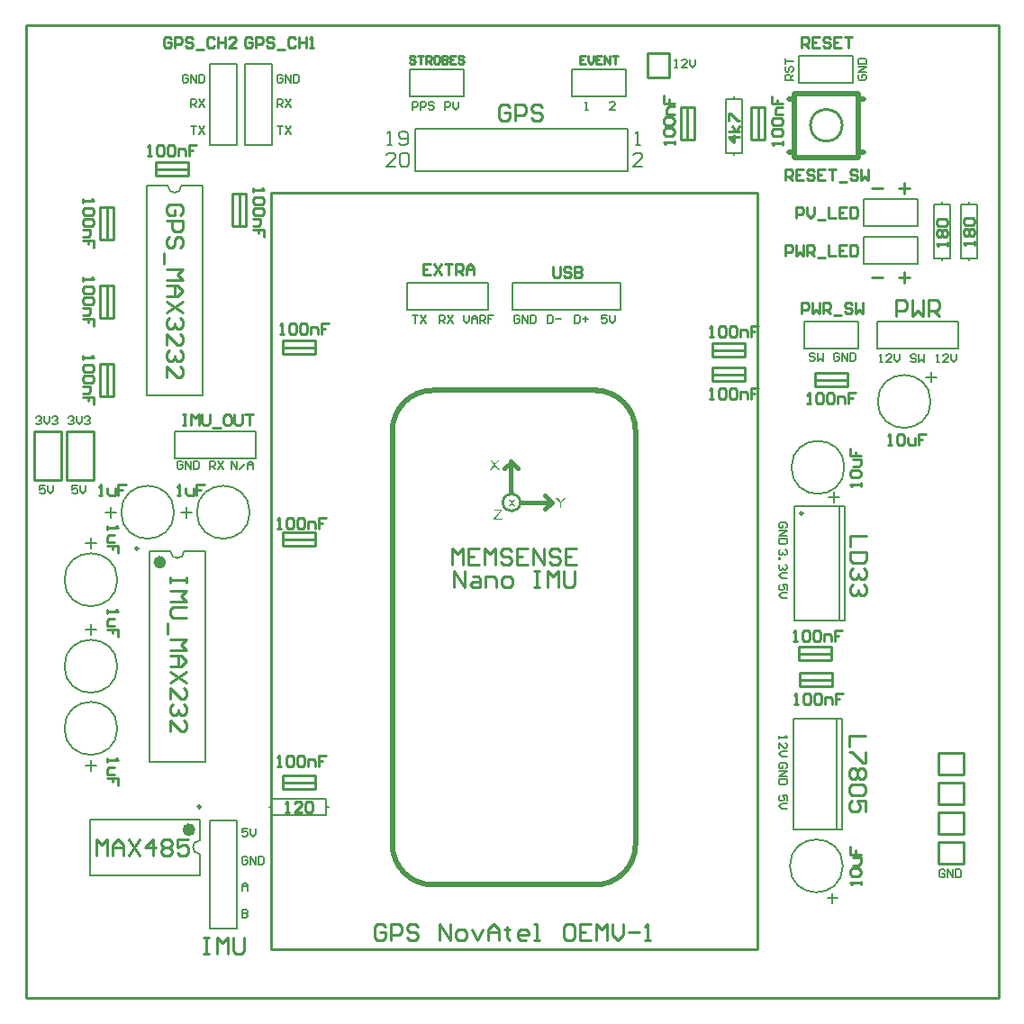
<source format=gto>
%FSLAX23Y23*%
%MOIN*%
G70*
G01*
G75*
G04 Layer_Color=65535*
%ADD10C,0.020*%
%ADD11C,0.060*%
%ADD12R,0.049X0.049*%
%ADD13C,0.049*%
%ADD14C,0.055*%
%ADD15R,0.067X0.067*%
%ADD16C,0.067*%
%ADD17R,0.063X0.063*%
%ADD18C,0.063*%
%ADD19R,0.049X0.049*%
%ADD20C,0.059*%
%ADD21R,0.059X0.059*%
%ADD22C,0.059*%
%ADD23R,0.059X0.059*%
%ADD24R,0.059X0.059*%
%ADD25C,0.250*%
%ADD26C,0.157*%
%ADD27R,0.046X0.046*%
%ADD28C,0.046*%
%ADD29O,0.024X0.039*%
%ADD30C,0.050*%
%ADD31C,0.015*%
%ADD32C,0.008*%
%ADD33C,0.010*%
%ADD34C,0.024*%
%ADD35C,0.010*%
%ADD36C,0.020*%
%ADD37C,0.008*%
%ADD38C,0.006*%
G36*
X2739Y2975D02*
X2754Y2955D01*
X2747D01*
X2738Y2969D01*
X2738Y2969D01*
X2738Y2969D01*
X2737Y2969D01*
X2737Y2969D01*
X2737Y2970D01*
X2736Y2971D01*
X2736Y2971D01*
X2736Y2971D01*
X2736Y2970D01*
X2735Y2970D01*
X2735Y2969D01*
X2734Y2969D01*
X2734Y2968D01*
X2725Y2955D01*
X2718D01*
X2733Y2975D01*
X2720Y2993D01*
X2726D01*
X2733Y2984D01*
Y2983D01*
X2733Y2983D01*
X2734Y2983D01*
X2734Y2982D01*
X2734Y2982D01*
X2735Y2981D01*
X2735Y2980D01*
X2736Y2980D01*
X2736Y2979D01*
X2736Y2979D01*
X2737Y2979D01*
X2737Y2980D01*
X2737Y2980D01*
X2738Y2981D01*
X2738Y2982D01*
X2739Y2982D01*
X2739Y2983D01*
X2747Y2993D01*
X2753D01*
X2739Y2975D01*
D02*
G37*
G36*
X2803Y2835D02*
X2812Y2823D01*
X2806D01*
X2800Y2830D01*
X2795Y2823D01*
X2788D01*
X2797Y2835D01*
X2789Y2845D01*
X2795D01*
X2800Y2839D01*
X2805Y2845D01*
X2811D01*
X2803Y2835D01*
D02*
G37*
G36*
X2763Y2804D02*
X2742Y2777D01*
X2739Y2775D01*
X2764D01*
Y2770D01*
X2733D01*
Y2775D01*
X2753Y2799D01*
Y2799D01*
X2753Y2799D01*
X2753Y2800D01*
X2754Y2800D01*
X2754Y2801D01*
X2755Y2802D01*
X2756Y2802D01*
X2756Y2803D01*
X2757Y2804D01*
X2736D01*
Y2808D01*
X2763D01*
Y2804D01*
D02*
G37*
G36*
X2983Y2831D02*
Y2815D01*
X2978D01*
Y2831D01*
X2963Y2853D01*
X2970D01*
X2977Y2842D01*
Y2842D01*
X2977Y2842D01*
X2977Y2842D01*
X2977Y2841D01*
X2978Y2841D01*
X2978Y2840D01*
X2979Y2839D01*
X2980Y2838D01*
X2980Y2837D01*
X2981Y2835D01*
Y2835D01*
X2981Y2835D01*
X2981Y2836D01*
X2981Y2836D01*
X2982Y2836D01*
X2982Y2837D01*
X2983Y2838D01*
X2984Y2839D01*
X2984Y2841D01*
X2985Y2842D01*
X2993Y2853D01*
X2999D01*
X2983Y2831D01*
D02*
G37*
D10*
X2357Y1570D02*
G03*
X2507Y1420I150J0D01*
G01*
X3107D02*
G03*
X3257Y1570I0J150D01*
G01*
Y3100D02*
G03*
X3107Y3250I-150J0D01*
G01*
X2507D02*
G03*
X2357Y3100I0J-150D01*
G01*
X2357Y1570D02*
Y3100D01*
X2509Y3252D02*
X3115D01*
X3257Y1570D02*
Y3100D01*
X2507Y1420D02*
X3107D01*
D31*
X2923Y2810D02*
X2948Y2835D01*
X2923Y2860D02*
X2948Y2835D01*
X2794Y2989D02*
X2823Y2960D01*
X2773D02*
X2798Y2985D01*
X2794Y2874D02*
Y2989D01*
X2833Y2835D02*
X2948D01*
X2794Y2874D02*
X2798Y2870D01*
D32*
X4024Y1490D02*
G03*
X4024Y1490I-98J0D01*
G01*
X4030Y2965D02*
G03*
X4030Y2965I-98J0D01*
G01*
X1829Y2799D02*
G03*
X1829Y2799I-98J0D01*
G01*
X1549D02*
G03*
X1549Y2799I-98J0D01*
G01*
X1339Y2549D02*
G03*
X1339Y2549I-98J0D01*
G01*
Y2229D02*
G03*
X1339Y2229I-98J0D01*
G01*
Y1999D02*
G03*
X1339Y1999I-98J0D01*
G01*
X1644Y1584D02*
G03*
X1644Y1534I0J-25D01*
G01*
X1526Y4007D02*
G03*
X1576Y4007I25J0D01*
G01*
X1536Y2654D02*
G03*
X1586Y2654I25J0D01*
G01*
X4349Y3209D02*
G03*
X4349Y3209I-98J0D01*
G01*
X4022Y1625D02*
Y2035D01*
X3841Y1625D02*
X4022D01*
X3841D02*
Y2035D01*
X4022D01*
X4002Y1625D02*
Y2035D01*
X4011Y2399D02*
Y2821D01*
X4030Y2399D02*
Y2821D01*
X3845Y2399D02*
Y2821D01*
X4030D01*
X3845Y2399D02*
X4030D01*
X1238Y1455D02*
Y1663D01*
X1644Y1455D02*
Y1534D01*
Y1584D02*
Y1663D01*
X1238Y1455D02*
X1644D01*
X1238Y1663D02*
X1644D01*
X1655Y3231D02*
Y4007D01*
X1447Y3231D02*
Y4007D01*
Y3231D02*
X1655D01*
X1576Y4007D02*
X1655D01*
X1447D02*
X1526D01*
X1457Y1874D02*
Y2654D01*
X1665Y1874D02*
Y2654D01*
X1457D02*
X1536D01*
X1586D02*
X1665D01*
X1457Y1874D02*
X1665D01*
X2421Y4339D02*
Y4439D01*
X2621D01*
Y4339D02*
Y4439D01*
X2421Y4339D02*
X2621D01*
X3221D02*
Y4439D01*
X3021Y4339D02*
X3221D01*
X3021D02*
Y4439D01*
X3221D01*
X2442Y4060D02*
Y4217D01*
X3154D02*
X3229D01*
Y4060D02*
Y4217D01*
X3133Y4060D02*
X3229D01*
X2442D02*
X3133D01*
X2442Y4217D02*
X3154D01*
X1911Y4159D02*
Y4459D01*
X1811D02*
X1911D01*
X1811Y4159D02*
Y4459D01*
Y4159D02*
X1911D01*
X1781D02*
Y4459D01*
X1681D02*
X1781D01*
X1681Y4159D02*
Y4459D01*
Y4159D02*
X1781D01*
X1551Y3099D02*
X1851D01*
X1551Y2999D02*
Y3099D01*
Y2999D02*
X1851D01*
Y3099D01*
X1681Y1659D02*
X1781D01*
Y1259D02*
Y1659D01*
X1681Y1259D02*
Y1659D01*
Y1259D02*
X1781D01*
X4101Y3859D02*
Y3959D01*
X4301D01*
Y3859D02*
Y3959D01*
X4101Y3859D02*
X4301D01*
X4361Y3939D02*
X4391D01*
X4361Y3739D02*
Y3939D01*
Y3739D02*
X4421D01*
Y3939D01*
X4391D02*
X4421D01*
X4391Y3730D02*
Y3739D01*
Y3939D02*
Y3948D01*
X4101Y3719D02*
Y3819D01*
X4301D01*
Y3719D02*
Y3819D01*
X4101Y3719D02*
X4301D01*
X4461Y3939D02*
X4491D01*
X4461Y3739D02*
Y3939D01*
Y3739D02*
X4521D01*
Y3939D01*
X4491D02*
X4521D01*
X4491Y3730D02*
Y3739D01*
Y3939D02*
Y3948D01*
X3881Y3504D02*
X4081D01*
X3881Y3404D02*
Y3504D01*
Y3404D02*
X4081D01*
Y3504D01*
X4151Y3404D02*
Y3504D01*
X4451D01*
Y3404D02*
Y3504D01*
X4151Y3404D02*
X4451D01*
X3591Y4329D02*
X3621D01*
X3591Y4129D02*
Y4329D01*
Y4129D02*
X3651D01*
Y4329D01*
X3621D02*
X3651D01*
X3621Y4120D02*
Y4129D01*
Y4329D02*
Y4338D01*
X3861Y4489D02*
X4061D01*
X3861Y4389D02*
Y4489D01*
Y4389D02*
X4061D01*
Y4489D01*
X2111Y1709D02*
Y1739D01*
X1911D02*
X2111D01*
X1911Y1679D02*
Y1739D01*
Y1679D02*
X2111D01*
Y1709D01*
X1902D02*
X1911D01*
X2111D02*
X2120D01*
X2801Y3549D02*
Y3649D01*
X3201D01*
X2801Y3549D02*
X3201D01*
Y3649D01*
X2711Y3549D02*
Y3649D01*
X2411Y3549D02*
X2711D01*
X2411D02*
Y3649D01*
X2711D01*
D33*
X3876Y2795D02*
G03*
X3876Y2795I-5J0D01*
G01*
X1647Y1709D02*
G03*
X1647Y1709I-5J0D01*
G01*
X1416Y2665D02*
G03*
X1416Y2665I-5J0D01*
G01*
D34*
X1616Y1624D02*
G03*
X1616Y1624I-12J0D01*
G01*
X1508Y2614D02*
G03*
X1508Y2614I-12J0D01*
G01*
D35*
X2830Y2835D02*
G03*
X2830Y2835I-32J0D01*
G01*
X4022Y4231D02*
G03*
X4022Y4231I-59J0D01*
G01*
X1151Y2919D02*
Y3099D01*
X1251Y2919D02*
Y3099D01*
X1151D02*
X1251D01*
X1151Y2919D02*
X1251D01*
X1031D02*
Y3099D01*
X1131Y2919D02*
Y3099D01*
X1031D02*
X1131D01*
X1031Y2919D02*
X1131D01*
X4378Y1908D02*
X4471D01*
X4378Y1828D02*
Y1908D01*
Y1828D02*
X4471D01*
Y1908D01*
X4378Y1798D02*
X4471D01*
X4378Y1718D02*
Y1798D01*
Y1718D02*
X4471D01*
Y1798D01*
X4378Y1688D02*
X4471D01*
X4378Y1608D02*
Y1688D01*
Y1608D02*
X4471D01*
Y1688D01*
X1000Y1000D02*
Y4600D01*
X4600D01*
Y1000D02*
Y4600D01*
X1000Y1000D02*
X4600D01*
X3893Y2275D02*
X3983D01*
X3863D02*
X3953D01*
X3983Y2250D02*
Y2275D01*
X3863Y2250D02*
X3983D01*
X3863D02*
Y2300D01*
X3983D01*
Y2275D02*
Y2300D01*
X3865Y2179D02*
X3955D01*
X3895D02*
X3985D01*
X3865D02*
Y2204D01*
X3985D01*
Y2154D02*
Y2204D01*
X3865Y2154D02*
X3985D01*
X3865D02*
Y2179D01*
X4471Y1498D02*
Y1578D01*
X4378Y1498D02*
X4471D01*
X4378D02*
Y1578D01*
X4471D01*
X3449Y4209D02*
Y4299D01*
Y4179D02*
Y4269D01*
Y4299D02*
X3474D01*
Y4179D02*
Y4299D01*
X3424Y4179D02*
X3474D01*
X3424D02*
Y4299D01*
X3449D01*
X1276Y3349D02*
X1301D01*
X1276Y3229D02*
Y3349D01*
Y3229D02*
X1326D01*
Y3349D01*
X1301D02*
X1326D01*
X1301Y3229D02*
Y3319D01*
Y3259D02*
Y3349D01*
X1276Y3639D02*
X1301D01*
X1276Y3519D02*
Y3639D01*
Y3519D02*
X1326D01*
Y3639D01*
X1301D02*
X1326D01*
X1301Y3519D02*
Y3609D01*
Y3549D02*
Y3639D01*
X1276Y3929D02*
X1301D01*
X1276Y3809D02*
Y3929D01*
Y3809D02*
X1326D01*
Y3929D01*
X1301D02*
X1326D01*
X1301Y3809D02*
Y3899D01*
Y3839D02*
Y3929D01*
X1481Y4044D02*
Y4069D01*
Y4044D02*
X1601D01*
Y4094D01*
X1481D02*
X1601D01*
X1481Y4069D02*
Y4094D01*
X1511Y4069D02*
X1601D01*
X1481D02*
X1571D01*
X1791Y3889D02*
Y3979D01*
Y3859D02*
Y3949D01*
Y3979D02*
X1816D01*
Y3859D02*
Y3979D01*
X1766Y3859D02*
X1816D01*
X1766D02*
Y3979D01*
X1791D01*
X3711Y4179D02*
Y4269D01*
Y4209D02*
Y4299D01*
X3686Y4179D02*
X3711D01*
X3686D02*
Y4299D01*
X3736D01*
Y4179D02*
Y4299D01*
X3711Y4179D02*
X3736D01*
X2071Y2699D02*
Y2724D01*
X1951D02*
X2071D01*
X1951Y2674D02*
Y2724D01*
Y2674D02*
X2071D01*
Y2699D01*
X1951D02*
X2041D01*
X1981D02*
X2071D01*
Y3409D02*
Y3434D01*
X1951D02*
X2071D01*
X1951Y3384D02*
Y3434D01*
Y3384D02*
X2071D01*
Y3409D01*
X1951D02*
X2041D01*
X1981D02*
X2071D01*
X3541Y3284D02*
Y3309D01*
Y3284D02*
X3661D01*
Y3334D01*
X3541D02*
X3661D01*
X3541Y3309D02*
Y3334D01*
X3571Y3309D02*
X3661D01*
X3541D02*
X3631D01*
X2071Y1799D02*
Y1824D01*
X1951D02*
X2071D01*
X1951Y1774D02*
Y1824D01*
Y1774D02*
X2071D01*
Y1799D01*
X1951D02*
X2041D01*
X1981D02*
X2071D01*
X4041Y3289D02*
Y3314D01*
X3921D02*
X4041D01*
X3921Y3264D02*
Y3314D01*
Y3264D02*
X4041D01*
Y3289D01*
X3921D02*
X4011D01*
X3951D02*
X4041D01*
X3301Y4409D02*
Y4499D01*
Y4409D02*
X3381D01*
Y4499D01*
X3301D02*
X3381D01*
X1907Y1180D02*
Y3980D01*
Y1180D02*
X3707D01*
Y3980D01*
X1907D02*
X3707D01*
X3661Y3399D02*
Y3424D01*
X3541D02*
X3661D01*
X3541Y3374D02*
Y3424D01*
Y3374D02*
X3661D01*
Y3399D01*
X3541D02*
X3631D01*
X3571D02*
X3661D01*
X4090Y1420D02*
Y1433D01*
Y1427D01*
X4050D01*
X4057Y1420D01*
Y1453D02*
X4050Y1460D01*
Y1473D01*
X4057Y1480D01*
X4083D01*
X4090Y1473D01*
Y1460D01*
X4083Y1453D01*
X4057D01*
X4063Y1493D02*
X4083D01*
X4090Y1500D01*
Y1520D01*
X4063D01*
X4050Y1560D02*
Y1533D01*
X4070D01*
Y1547D01*
Y1533D01*
X4090D01*
X3842Y2322D02*
X3855D01*
X3849D01*
Y2362D01*
X3842Y2355D01*
X3875D02*
X3882Y2362D01*
X3895D01*
X3902Y2355D01*
Y2329D01*
X3895Y2322D01*
X3882D01*
X3875Y2329D01*
Y2355D01*
X3915D02*
X3922Y2362D01*
X3935D01*
X3942Y2355D01*
Y2329D01*
X3935Y2322D01*
X3922D01*
X3915Y2329D01*
Y2355D01*
X3955Y2322D02*
Y2349D01*
X3975D01*
X3982Y2342D01*
Y2322D01*
X4022Y2362D02*
X3995D01*
Y2342D01*
X4009D01*
X3995D01*
Y2322D01*
X3845Y2089D02*
X3858D01*
X3852D01*
Y2129D01*
X3845Y2122D01*
X3878D02*
X3885Y2129D01*
X3898D01*
X3905Y2122D01*
Y2096D01*
X3898Y2089D01*
X3885D01*
X3878Y2096D01*
Y2122D01*
X3918D02*
X3925Y2129D01*
X3938D01*
X3945Y2122D01*
Y2096D01*
X3938Y2089D01*
X3925D01*
X3918Y2096D01*
Y2122D01*
X3958Y2089D02*
Y2116D01*
X3978D01*
X3985Y2109D01*
Y2089D01*
X4025Y2129D02*
X3998D01*
Y2109D01*
X4012D01*
X3998D01*
Y2089D01*
X4090Y2895D02*
Y2908D01*
Y2902D01*
X4050D01*
X4057Y2895D01*
Y2928D02*
X4050Y2935D01*
Y2948D01*
X4057Y2955D01*
X4083D01*
X4090Y2948D01*
Y2935D01*
X4083Y2928D01*
X4057D01*
X4063Y2968D02*
X4083D01*
X4090Y2975D01*
Y2995D01*
X4063D01*
X4050Y3035D02*
Y3008D01*
X4070D01*
Y3022D01*
Y3008D01*
X4090D01*
X4108Y1970D02*
X4048D01*
Y1930D01*
X4108Y1910D02*
Y1870D01*
X4098D01*
X4058Y1910D01*
X4048D01*
X4098Y1850D02*
X4108Y1840D01*
Y1820D01*
X4098Y1810D01*
X4088D01*
X4078Y1820D01*
X4068Y1810D01*
X4058D01*
X4048Y1820D01*
Y1840D01*
X4058Y1850D01*
X4068D01*
X4078Y1840D01*
X4088Y1850D01*
X4098D01*
X4078Y1840D02*
Y1820D01*
X4098Y1790D02*
X4108Y1780D01*
Y1760D01*
X4098Y1750D01*
X4058D01*
X4048Y1760D01*
Y1780D01*
X4058Y1790D01*
X4098D01*
X4108Y1690D02*
Y1730D01*
X4078D01*
X4088Y1710D01*
Y1700D01*
X4078Y1690D01*
X4058D01*
X4048Y1700D01*
Y1720D01*
X4058Y1730D01*
X4113Y2710D02*
X4053D01*
Y2670D01*
X4113Y2650D02*
X4053D01*
Y2620D01*
X4063Y2610D01*
X4103D01*
X4113Y2620D01*
Y2650D01*
X4103Y2590D02*
X4113Y2580D01*
Y2560D01*
X4103Y2550D01*
X4093D01*
X4083Y2560D01*
Y2570D01*
Y2560D01*
X4073Y2550D01*
X4063D01*
X4053Y2560D01*
Y2580D01*
X4063Y2590D01*
X4103Y2530D02*
X4113Y2520D01*
Y2500D01*
X4103Y2490D01*
X4093D01*
X4083Y2500D01*
Y2510D01*
Y2500D01*
X4073Y2490D01*
X4063D01*
X4053Y2500D01*
Y2520D01*
X4063Y2530D01*
X3400Y4160D02*
Y4173D01*
Y4167D01*
X3360D01*
X3367Y4160D01*
Y4193D02*
X3360Y4200D01*
Y4213D01*
X3367Y4220D01*
X3393D01*
X3400Y4213D01*
Y4200D01*
X3393Y4193D01*
X3367D01*
Y4233D02*
X3360Y4240D01*
Y4253D01*
X3367Y4260D01*
X3393D01*
X3400Y4253D01*
Y4240D01*
X3393Y4233D01*
X3367D01*
X3400Y4273D02*
X3373D01*
Y4293D01*
X3380Y4300D01*
X3400D01*
X3360Y4340D02*
Y4313D01*
X3380D01*
Y4327D01*
Y4313D01*
X3400D01*
X3801Y4159D02*
Y4172D01*
Y4166D01*
X3761D01*
X3768Y4159D01*
Y4192D02*
X3761Y4199D01*
Y4212D01*
X3768Y4219D01*
X3794D01*
X3801Y4212D01*
Y4199D01*
X3794Y4192D01*
X3768D01*
Y4232D02*
X3761Y4239D01*
Y4252D01*
X3768Y4259D01*
X3794D01*
X3801Y4252D01*
Y4239D01*
X3794Y4232D01*
X3768D01*
X3801Y4272D02*
X3774D01*
Y4292D01*
X3781Y4299D01*
X3801D01*
X3761Y4339D02*
Y4312D01*
X3781D01*
Y4326D01*
Y4312D01*
X3801D01*
X1595Y2558D02*
Y2538D01*
Y2548D01*
X1535D01*
Y2558D01*
Y2538D01*
Y2508D02*
X1595D01*
X1575Y2488D01*
X1595Y2468D01*
X1535D01*
X1595Y2448D02*
X1545D01*
X1535Y2438D01*
Y2418D01*
X1545Y2408D01*
X1595D01*
X1525Y2388D02*
Y2348D01*
X1535Y2328D02*
X1595D01*
X1575Y2308D01*
X1595Y2288D01*
X1535D01*
Y2268D02*
X1575D01*
X1595Y2248D01*
X1575Y2228D01*
X1535D01*
X1565D01*
Y2268D01*
X1595Y2208D02*
X1535Y2168D01*
X1595D02*
X1535Y2208D01*
Y2108D02*
Y2148D01*
X1575Y2108D01*
X1585D01*
X1595Y2118D01*
Y2138D01*
X1585Y2148D01*
Y2088D02*
X1595Y2078D01*
Y2058D01*
X1585Y2048D01*
X1575D01*
X1565Y2058D01*
Y2068D01*
Y2058D01*
X1555Y2048D01*
X1545D01*
X1535Y2058D01*
Y2078D01*
X1545Y2088D01*
X1535Y1988D02*
Y2028D01*
X1575Y1988D01*
X1585D01*
X1595Y1998D01*
Y2018D01*
X1585Y2028D01*
X1571Y3899D02*
X1581Y3909D01*
Y3929D01*
X1571Y3939D01*
X1531D01*
X1521Y3929D01*
Y3909D01*
X1531Y3899D01*
X1551D01*
Y3919D01*
X1521Y3879D02*
X1581D01*
Y3849D01*
X1571Y3839D01*
X1551D01*
X1541Y3849D01*
Y3879D01*
X1571Y3779D02*
X1581Y3789D01*
Y3809D01*
X1571Y3819D01*
X1561D01*
X1551Y3809D01*
Y3789D01*
X1541Y3779D01*
X1531D01*
X1521Y3789D01*
Y3809D01*
X1531Y3819D01*
X1511Y3759D02*
Y3719D01*
X1521Y3699D02*
X1581D01*
X1561Y3679D01*
X1581Y3659D01*
X1521D01*
Y3639D02*
X1561D01*
X1581Y3619D01*
X1561Y3599D01*
X1521D01*
X1551D01*
Y3639D01*
X1581Y3579D02*
X1521Y3539D01*
X1581D02*
X1521Y3579D01*
X1571Y3519D02*
X1581Y3509D01*
Y3489D01*
X1571Y3479D01*
X1561D01*
X1551Y3489D01*
Y3499D01*
Y3489D01*
X1541Y3479D01*
X1531D01*
X1521Y3489D01*
Y3509D01*
X1531Y3519D01*
X1521Y3419D02*
Y3459D01*
X1561Y3419D01*
X1571D01*
X1581Y3429D01*
Y3449D01*
X1571Y3459D01*
Y3399D02*
X1581Y3389D01*
Y3369D01*
X1571Y3359D01*
X1561D01*
X1551Y3369D01*
Y3379D01*
Y3369D01*
X1541Y3359D01*
X1531D01*
X1521Y3369D01*
Y3389D01*
X1531Y3399D01*
X1521Y3299D02*
Y3339D01*
X1561Y3299D01*
X1571D01*
X1581Y3309D01*
Y3329D01*
X1571Y3339D01*
X1841Y3999D02*
Y3986D01*
Y3992D01*
X1881D01*
X1874Y3999D01*
Y3966D02*
X1881Y3959D01*
Y3946D01*
X1874Y3939D01*
X1848D01*
X1841Y3946D01*
Y3959D01*
X1848Y3966D01*
X1874D01*
Y3926D02*
X1881Y3919D01*
Y3906D01*
X1874Y3899D01*
X1848D01*
X1841Y3906D01*
Y3919D01*
X1848Y3926D01*
X1874D01*
X1841Y3886D02*
X1868D01*
Y3866D01*
X1861Y3859D01*
X1841D01*
X1881Y3819D02*
Y3846D01*
X1861D01*
Y3832D01*
Y3846D01*
X1841D01*
X1211Y3959D02*
Y3946D01*
Y3952D01*
X1251D01*
X1244Y3959D01*
Y3926D02*
X1251Y3919D01*
Y3906D01*
X1244Y3899D01*
X1218D01*
X1211Y3906D01*
Y3919D01*
X1218Y3926D01*
X1244D01*
Y3886D02*
X1251Y3879D01*
Y3866D01*
X1244Y3859D01*
X1218D01*
X1211Y3866D01*
Y3879D01*
X1218Y3886D01*
X1244D01*
X1211Y3846D02*
X1238D01*
Y3826D01*
X1231Y3819D01*
X1211D01*
X1251Y3779D02*
Y3806D01*
X1231D01*
Y3792D01*
Y3806D01*
X1211D01*
Y3669D02*
Y3656D01*
Y3662D01*
X1251D01*
X1244Y3669D01*
Y3636D02*
X1251Y3629D01*
Y3616D01*
X1244Y3609D01*
X1218D01*
X1211Y3616D01*
Y3629D01*
X1218Y3636D01*
X1244D01*
Y3596D02*
X1251Y3589D01*
Y3576D01*
X1244Y3569D01*
X1218D01*
X1211Y3576D01*
Y3589D01*
X1218Y3596D01*
X1244D01*
X1211Y3556D02*
X1238D01*
Y3536D01*
X1231Y3529D01*
X1211D01*
X1251Y3489D02*
Y3516D01*
X1231D01*
Y3502D01*
Y3516D01*
X1211D01*
X1451Y4119D02*
X1464D01*
X1458D01*
Y4159D01*
X1451Y4152D01*
X1484D02*
X1491Y4159D01*
X1504D01*
X1511Y4152D01*
Y4126D01*
X1504Y4119D01*
X1491D01*
X1484Y4126D01*
Y4152D01*
X1524D02*
X1531Y4159D01*
X1544D01*
X1551Y4152D01*
Y4126D01*
X1544Y4119D01*
X1531D01*
X1524Y4126D01*
Y4152D01*
X1564Y4119D02*
Y4146D01*
X1584D01*
X1591Y4139D01*
Y4119D01*
X1631Y4159D02*
X1604D01*
Y4139D01*
X1618D01*
X1604D01*
Y4119D01*
X1211Y3379D02*
Y3366D01*
Y3372D01*
X1251D01*
X1244Y3379D01*
Y3346D02*
X1251Y3339D01*
Y3326D01*
X1244Y3319D01*
X1218D01*
X1211Y3326D01*
Y3339D01*
X1218Y3346D01*
X1244D01*
Y3306D02*
X1251Y3299D01*
Y3286D01*
X1244Y3279D01*
X1218D01*
X1211Y3286D01*
Y3299D01*
X1218Y3306D01*
X1244D01*
X1211Y3266D02*
X1238D01*
Y3246D01*
X1231Y3239D01*
X1211D01*
X1251Y3199D02*
Y3226D01*
X1231D01*
Y3212D01*
Y3226D01*
X1211D01*
X1261Y1529D02*
Y1589D01*
X1281Y1569D01*
X1301Y1589D01*
Y1529D01*
X1321D02*
Y1569D01*
X1341Y1589D01*
X1361Y1569D01*
Y1529D01*
Y1559D01*
X1321D01*
X1381Y1589D02*
X1421Y1529D01*
Y1589D02*
X1381Y1529D01*
X1471D02*
Y1589D01*
X1441Y1559D01*
X1481D01*
X1501Y1579D02*
X1511Y1589D01*
X1531D01*
X1541Y1579D01*
Y1569D01*
X1531Y1559D01*
X1541Y1549D01*
Y1539D01*
X1531Y1529D01*
X1511D01*
X1501Y1539D01*
Y1549D01*
X1511Y1559D01*
X1501Y1569D01*
Y1579D01*
X1511Y1559D02*
X1531D01*
X1601Y1589D02*
X1561D01*
Y1559D01*
X1581Y1569D01*
X1591D01*
X1601Y1559D01*
Y1539D01*
X1591Y1529D01*
X1571D01*
X1561Y1539D01*
X2441Y4484D02*
X2436Y4489D01*
X2426D01*
X2421Y4484D01*
Y4479D01*
X2426Y4474D01*
X2436D01*
X2441Y4469D01*
Y4464D01*
X2436Y4459D01*
X2426D01*
X2421Y4464D01*
X2451Y4489D02*
X2471D01*
X2461D01*
Y4459D01*
X2481D02*
Y4489D01*
X2496D01*
X2501Y4484D01*
Y4474D01*
X2496Y4469D01*
X2481D01*
X2491D02*
X2501Y4459D01*
X2526Y4489D02*
X2516D01*
X2511Y4484D01*
Y4464D01*
X2516Y4459D01*
X2526D01*
X2531Y4464D01*
Y4484D01*
X2526Y4489D01*
X2541D02*
Y4459D01*
X2556D01*
X2561Y4464D01*
Y4469D01*
X2556Y4474D01*
X2541D01*
X2556D01*
X2561Y4479D01*
Y4484D01*
X2556Y4489D01*
X2541D01*
X2591D02*
X2571D01*
Y4459D01*
X2591D01*
X2571Y4474D02*
X2581D01*
X2621Y4484D02*
X2616Y4489D01*
X2606D01*
X2601Y4484D01*
Y4479D01*
X2606Y4474D01*
X2616D01*
X2621Y4469D01*
Y4464D01*
X2616Y4459D01*
X2606D01*
X2601Y4464D01*
X3071Y4489D02*
X3051D01*
Y4459D01*
X3071D01*
X3051Y4474D02*
X3061D01*
X3081Y4489D02*
Y4469D01*
X3091Y4459D01*
X3101Y4469D01*
Y4489D01*
X3131D02*
X3111D01*
Y4459D01*
X3131D01*
X3111Y4474D02*
X3121D01*
X3141Y4459D02*
Y4489D01*
X3161Y4459D01*
Y4489D01*
X3171D02*
X3191D01*
X3181D01*
Y4459D01*
X4191Y3049D02*
X4204D01*
X4198D01*
Y3089D01*
X4191Y3082D01*
X4224D02*
X4231Y3089D01*
X4244D01*
X4251Y3082D01*
Y3056D01*
X4244Y3049D01*
X4231D01*
X4224Y3056D01*
Y3082D01*
X4264Y3076D02*
Y3056D01*
X4271Y3049D01*
X4291D01*
Y3076D01*
X4331Y3089D02*
X4304D01*
Y3069D01*
X4318D01*
X4304D01*
Y3049D01*
X2791Y4299D02*
X2781Y4309D01*
X2761D01*
X2751Y4299D01*
Y4259D01*
X2761Y4249D01*
X2781D01*
X2791Y4259D01*
Y4279D01*
X2771D01*
X2811Y4249D02*
Y4309D01*
X2841D01*
X2851Y4299D01*
Y4279D01*
X2841Y4269D01*
X2811D01*
X2911Y4299D02*
X2901Y4309D01*
X2881D01*
X2871Y4299D01*
Y4289D01*
X2881Y4279D01*
X2901D01*
X2911Y4269D01*
Y4259D01*
X2901Y4249D01*
X2881D01*
X2871Y4259D01*
X1931Y2739D02*
X1944D01*
X1938D01*
Y2779D01*
X1931Y2772D01*
X1964D02*
X1971Y2779D01*
X1984D01*
X1991Y2772D01*
Y2746D01*
X1984Y2739D01*
X1971D01*
X1964Y2746D01*
Y2772D01*
X2004D02*
X2011Y2779D01*
X2024D01*
X2031Y2772D01*
Y2746D01*
X2024Y2739D01*
X2011D01*
X2004Y2746D01*
Y2772D01*
X2044Y2739D02*
Y2766D01*
X2064D01*
X2071Y2759D01*
Y2739D01*
X2111Y2779D02*
X2084D01*
Y2759D01*
X2098D01*
X2084D01*
Y2739D01*
X1941Y3459D02*
X1954D01*
X1948D01*
Y3499D01*
X1941Y3492D01*
X1974D02*
X1981Y3499D01*
X1994D01*
X2001Y3492D01*
Y3466D01*
X1994Y3459D01*
X1981D01*
X1974Y3466D01*
Y3492D01*
X2014D02*
X2021Y3499D01*
X2034D01*
X2041Y3492D01*
Y3466D01*
X2034Y3459D01*
X2021D01*
X2014Y3466D01*
Y3492D01*
X2054Y3459D02*
Y3486D01*
X2074D01*
X2081Y3479D01*
Y3459D01*
X2121Y3499D02*
X2094D01*
Y3479D01*
X2108D01*
X2094D01*
Y3459D01*
X3531Y3219D02*
X3544D01*
X3538D01*
Y3259D01*
X3531Y3252D01*
X3564D02*
X3571Y3259D01*
X3584D01*
X3591Y3252D01*
Y3226D01*
X3584Y3219D01*
X3571D01*
X3564Y3226D01*
Y3252D01*
X3604D02*
X3611Y3259D01*
X3624D01*
X3631Y3252D01*
Y3226D01*
X3624Y3219D01*
X3611D01*
X3604Y3226D01*
Y3252D01*
X3644Y3219D02*
Y3246D01*
X3664D01*
X3671Y3239D01*
Y3219D01*
X3711Y3259D02*
X3684D01*
Y3239D01*
X3698D01*
X3684D01*
Y3219D01*
X1838Y4552D02*
X1831Y4559D01*
X1818D01*
X1811Y4552D01*
Y4526D01*
X1818Y4519D01*
X1831D01*
X1838Y4526D01*
Y4539D01*
X1824D01*
X1851Y4519D02*
Y4559D01*
X1871D01*
X1878Y4552D01*
Y4539D01*
X1871Y4532D01*
X1851D01*
X1918Y4552D02*
X1911Y4559D01*
X1898D01*
X1891Y4552D01*
Y4546D01*
X1898Y4539D01*
X1911D01*
X1918Y4532D01*
Y4526D01*
X1911Y4519D01*
X1898D01*
X1891Y4526D01*
X1931Y4512D02*
X1958D01*
X1998Y4552D02*
X1991Y4559D01*
X1978D01*
X1971Y4552D01*
Y4526D01*
X1978Y4519D01*
X1991D01*
X1998Y4526D01*
X2011Y4559D02*
Y4519D01*
Y4539D01*
X2038D01*
Y4559D01*
Y4519D01*
X2051D02*
X2064D01*
X2058D01*
Y4559D01*
X2051Y4552D01*
X1538D02*
X1531Y4559D01*
X1518D01*
X1511Y4552D01*
Y4526D01*
X1518Y4519D01*
X1531D01*
X1538Y4526D01*
Y4539D01*
X1524D01*
X1551Y4519D02*
Y4559D01*
X1571D01*
X1578Y4552D01*
Y4539D01*
X1571Y4532D01*
X1551D01*
X1618Y4552D02*
X1611Y4559D01*
X1598D01*
X1591Y4552D01*
Y4546D01*
X1598Y4539D01*
X1611D01*
X1618Y4532D01*
Y4526D01*
X1611Y4519D01*
X1598D01*
X1591Y4526D01*
X1631Y4512D02*
X1658D01*
X1698Y4552D02*
X1691Y4559D01*
X1678D01*
X1671Y4552D01*
Y4526D01*
X1678Y4519D01*
X1691D01*
X1698Y4526D01*
X1711Y4559D02*
Y4519D01*
Y4539D01*
X1738D01*
Y4559D01*
Y4519D01*
X1778D02*
X1751D01*
X1778Y4546D01*
Y4552D01*
X1771Y4559D01*
X1758D01*
X1751Y4552D01*
X1580Y3160D02*
X1593D01*
X1587D01*
Y3120D01*
X1580D01*
X1593D01*
X1613D02*
Y3160D01*
X1627Y3147D01*
X1640Y3160D01*
Y3120D01*
X1653Y3160D02*
Y3127D01*
X1660Y3120D01*
X1673D01*
X1680Y3127D01*
Y3160D01*
X1693Y3113D02*
X1720D01*
X1753Y3160D02*
X1740D01*
X1733Y3153D01*
Y3127D01*
X1740Y3120D01*
X1753D01*
X1760Y3127D01*
Y3153D01*
X1753Y3160D01*
X1773D02*
Y3127D01*
X1780Y3120D01*
X1793D01*
X1800Y3127D01*
Y3160D01*
X1813D02*
X1840D01*
X1827D01*
Y3120D01*
X1659Y1224D02*
X1679D01*
X1669D01*
Y1164D01*
X1659D01*
X1679D01*
X1709D02*
Y1224D01*
X1729Y1204D01*
X1749Y1224D01*
Y1164D01*
X1769Y1224D02*
Y1174D01*
X1779Y1164D01*
X1799D01*
X1809Y1174D01*
Y1224D01*
X3851Y3889D02*
Y3929D01*
X3871D01*
X3878Y3922D01*
Y3909D01*
X3871Y3902D01*
X3851D01*
X3891Y3929D02*
Y3902D01*
X3904Y3889D01*
X3918Y3902D01*
Y3929D01*
X3931Y3882D02*
X3958D01*
X3971Y3929D02*
Y3889D01*
X3998D01*
X4038Y3929D02*
X4011D01*
Y3889D01*
X4038D01*
X4011Y3909D02*
X4024D01*
X4051Y3929D02*
Y3889D01*
X4071D01*
X4078Y3896D01*
Y3922D01*
X4071Y3929D01*
X4051D01*
X4412Y3786D02*
Y3799D01*
Y3793D01*
X4372D01*
X4379Y3786D01*
Y3819D02*
X4372Y3826D01*
Y3839D01*
X4379Y3846D01*
X4385D01*
X4392Y3839D01*
X4399Y3846D01*
X4405D01*
X4412Y3839D01*
Y3826D01*
X4405Y3819D01*
X4399D01*
X4392Y3826D01*
X4385Y3819D01*
X4379D01*
X4392Y3826D02*
Y3839D01*
X4379Y3859D02*
X4372Y3866D01*
Y3879D01*
X4379Y3886D01*
X4405D01*
X4412Y3879D01*
Y3866D01*
X4405Y3859D01*
X4379D01*
X3811Y3749D02*
Y3789D01*
X3831D01*
X3838Y3782D01*
Y3769D01*
X3831Y3762D01*
X3811D01*
X3851Y3789D02*
Y3749D01*
X3864Y3762D01*
X3878Y3749D01*
Y3789D01*
X3891Y3749D02*
Y3789D01*
X3911D01*
X3918Y3782D01*
Y3769D01*
X3911Y3762D01*
X3891D01*
X3904D02*
X3918Y3749D01*
X3931Y3742D02*
X3958D01*
X3971Y3789D02*
Y3749D01*
X3998D01*
X4038Y3789D02*
X4011D01*
Y3749D01*
X4038D01*
X4011Y3769D02*
X4024D01*
X4051Y3789D02*
Y3749D01*
X4071D01*
X4078Y3756D01*
Y3782D01*
X4071Y3789D01*
X4051D01*
X4511Y3789D02*
Y3802D01*
Y3796D01*
X4471D01*
X4478Y3789D01*
Y3822D02*
X4471Y3829D01*
Y3842D01*
X4478Y3849D01*
X4484D01*
X4491Y3842D01*
X4498Y3849D01*
X4504D01*
X4511Y3842D01*
Y3829D01*
X4504Y3822D01*
X4498D01*
X4491Y3829D01*
X4484Y3822D01*
X4478D01*
X4491Y3829D02*
Y3842D01*
X4478Y3862D02*
X4471Y3869D01*
Y3882D01*
X4478Y3889D01*
X4504D01*
X4511Y3882D01*
Y3869D01*
X4504Y3862D01*
X4478D01*
X3871Y3534D02*
Y3574D01*
X3891D01*
X3898Y3567D01*
Y3554D01*
X3891Y3547D01*
X3871D01*
X3911Y3574D02*
Y3534D01*
X3924Y3547D01*
X3938Y3534D01*
Y3574D01*
X3951Y3534D02*
Y3574D01*
X3971D01*
X3978Y3567D01*
Y3554D01*
X3971Y3547D01*
X3951D01*
X3964D02*
X3978Y3534D01*
X3991Y3527D02*
X4018D01*
X4058Y3567D02*
X4051Y3574D01*
X4038D01*
X4031Y3567D01*
Y3561D01*
X4038Y3554D01*
X4051D01*
X4058Y3547D01*
Y3541D01*
X4051Y3534D01*
X4038D01*
X4031Y3541D01*
X4071Y3574D02*
Y3534D01*
X4084Y3547D01*
X4098Y3534D01*
Y3574D01*
X4221Y3524D02*
Y3584D01*
X4251D01*
X4261Y3574D01*
Y3554D01*
X4251Y3544D01*
X4221D01*
X4281Y3584D02*
Y3524D01*
X4301Y3544D01*
X4321Y3524D01*
Y3584D01*
X4341Y3524D02*
Y3584D01*
X4371D01*
X4381Y3574D01*
Y3554D01*
X4371Y3544D01*
X4341D01*
X4361D02*
X4381Y3524D01*
X3641Y4189D02*
X3601D01*
X3621Y4169D01*
Y4196D01*
X3641Y4209D02*
X3601D01*
X3628D02*
X3614Y4229D01*
X3628Y4209D02*
X3641Y4229D01*
X3601Y4249D02*
Y4276D01*
X3608D01*
X3634Y4249D01*
X3641D01*
X3871Y4519D02*
Y4559D01*
X3891D01*
X3898Y4552D01*
Y4539D01*
X3891Y4532D01*
X3871D01*
X3884D02*
X3898Y4519D01*
X3938Y4559D02*
X3911D01*
Y4519D01*
X3938D01*
X3911Y4539D02*
X3924D01*
X3978Y4552D02*
X3971Y4559D01*
X3958D01*
X3951Y4552D01*
Y4546D01*
X3958Y4539D01*
X3971D01*
X3978Y4532D01*
Y4526D01*
X3971Y4519D01*
X3958D01*
X3951Y4526D01*
X4018Y4559D02*
X3991D01*
Y4519D01*
X4018D01*
X3991Y4539D02*
X4004D01*
X4031Y4559D02*
X4058D01*
X4044D01*
Y4519D01*
X1961Y1689D02*
X1974D01*
X1968D01*
Y1729D01*
X1961Y1722D01*
X2021Y1689D02*
X1994D01*
X2021Y1716D01*
Y1722D01*
X2014Y1729D01*
X2001D01*
X1994Y1722D01*
X2034D02*
X2041Y1729D01*
X2054D01*
X2061Y1722D01*
Y1696D01*
X2054Y1689D01*
X2041D01*
X2034Y1696D01*
Y1722D01*
X1301Y1889D02*
Y1876D01*
Y1882D01*
X1341D01*
X1334Y1889D01*
X1328Y1856D02*
X1308D01*
X1301Y1849D01*
Y1829D01*
X1328D01*
X1341Y1789D02*
Y1816D01*
X1321D01*
Y1802D01*
Y1816D01*
X1301D01*
X1560Y2860D02*
X1573D01*
X1567D01*
Y2900D01*
X1560Y2893D01*
X1593Y2887D02*
Y2867D01*
X1600Y2860D01*
X1620D01*
Y2887D01*
X1660Y2900D02*
X1633D01*
Y2880D01*
X1647D01*
X1633D01*
Y2860D01*
X1270D02*
X1283D01*
X1277D01*
Y2900D01*
X1270Y2893D01*
X1303Y2887D02*
Y2867D01*
X1310Y2860D01*
X1330D01*
Y2887D01*
X1370Y2900D02*
X1343D01*
Y2880D01*
X1357D01*
X1343D01*
Y2860D01*
X1301Y2439D02*
Y2426D01*
Y2432D01*
X1341D01*
X1334Y2439D01*
X1328Y2406D02*
X1308D01*
X1301Y2399D01*
Y2379D01*
X1328D01*
X1341Y2339D02*
Y2366D01*
X1321D01*
Y2352D01*
Y2366D01*
X1301D01*
Y2749D02*
Y2736D01*
Y2742D01*
X1341D01*
X1334Y2749D01*
X1328Y2716D02*
X1308D01*
X1301Y2709D01*
Y2689D01*
X1328D01*
X1341Y2649D02*
Y2676D01*
X1321D01*
Y2662D01*
Y2676D01*
X1301D01*
X1931Y1859D02*
X1944D01*
X1938D01*
Y1899D01*
X1931Y1892D01*
X1964D02*
X1971Y1899D01*
X1984D01*
X1991Y1892D01*
Y1866D01*
X1984Y1859D01*
X1971D01*
X1964Y1866D01*
Y1892D01*
X2004D02*
X2011Y1899D01*
X2024D01*
X2031Y1892D01*
Y1866D01*
X2024Y1859D01*
X2011D01*
X2004Y1866D01*
Y1892D01*
X2044Y1859D02*
Y1886D01*
X2064D01*
X2071Y1879D01*
Y1859D01*
X2111Y1899D02*
X2084D01*
Y1879D01*
X2098D01*
X2084D01*
Y1859D01*
X3811Y4029D02*
Y4069D01*
X3831D01*
X3838Y4062D01*
Y4049D01*
X3831Y4042D01*
X3811D01*
X3824D02*
X3838Y4029D01*
X3878Y4069D02*
X3851D01*
Y4029D01*
X3878D01*
X3851Y4049D02*
X3864D01*
X3918Y4062D02*
X3911Y4069D01*
X3898D01*
X3891Y4062D01*
Y4056D01*
X3898Y4049D01*
X3911D01*
X3918Y4042D01*
Y4036D01*
X3911Y4029D01*
X3898D01*
X3891Y4036D01*
X3958Y4069D02*
X3931D01*
Y4029D01*
X3958D01*
X3931Y4049D02*
X3944D01*
X3971Y4069D02*
X3998D01*
X3984D01*
Y4029D01*
X4011Y4022D02*
X4038D01*
X4078Y4062D02*
X4071Y4069D01*
X4058D01*
X4051Y4062D01*
Y4056D01*
X4058Y4049D01*
X4071D01*
X4078Y4042D01*
Y4036D01*
X4071Y4029D01*
X4058D01*
X4051Y4036D01*
X4091Y4069D02*
Y4029D01*
X4104Y4042D01*
X4118Y4029D01*
Y4069D01*
X3893Y3200D02*
X3906D01*
X3900D01*
Y3240D01*
X3893Y3233D01*
X3926D02*
X3933Y3240D01*
X3946D01*
X3953Y3233D01*
Y3207D01*
X3946Y3200D01*
X3933D01*
X3926Y3207D01*
Y3233D01*
X3966D02*
X3973Y3240D01*
X3986D01*
X3993Y3233D01*
Y3207D01*
X3986Y3200D01*
X3973D01*
X3966Y3207D01*
Y3233D01*
X4006Y3200D02*
Y3227D01*
X4026D01*
X4033Y3220D01*
Y3200D01*
X4073Y3240D02*
X4046D01*
Y3220D01*
X4060D01*
X4046D01*
Y3200D01*
X2951Y3709D02*
Y3676D01*
X2958Y3669D01*
X2971D01*
X2978Y3676D01*
Y3709D01*
X3018Y3702D02*
X3011Y3709D01*
X2998D01*
X2991Y3702D01*
Y3696D01*
X2998Y3689D01*
X3011D01*
X3018Y3682D01*
Y3676D01*
X3011Y3669D01*
X2998D01*
X2991Y3676D01*
X3031Y3709D02*
Y3669D01*
X3051D01*
X3058Y3676D01*
Y3682D01*
X3051Y3689D01*
X3031D01*
X3051D01*
X3058Y3696D01*
Y3702D01*
X3051Y3709D01*
X3031D01*
X3531Y3449D02*
X3544D01*
X3538D01*
Y3489D01*
X3531Y3482D01*
X3564D02*
X3571Y3489D01*
X3584D01*
X3591Y3482D01*
Y3456D01*
X3584Y3449D01*
X3571D01*
X3564Y3456D01*
Y3482D01*
X3604D02*
X3611Y3489D01*
X3624D01*
X3631Y3482D01*
Y3456D01*
X3624Y3449D01*
X3611D01*
X3604Y3456D01*
Y3482D01*
X3644Y3449D02*
Y3476D01*
X3664D01*
X3671Y3469D01*
Y3449D01*
X3711Y3489D02*
X3684D01*
Y3469D01*
X3698D01*
X3684D01*
Y3449D01*
X2498Y3719D02*
X2471D01*
Y3679D01*
X2498D01*
X2471Y3699D02*
X2484D01*
X2511Y3719D02*
X2538Y3679D01*
Y3719D02*
X2511Y3679D01*
X2551Y3719D02*
X2578D01*
X2564D01*
Y3679D01*
X2591D02*
Y3719D01*
X2611D01*
X2618Y3712D01*
Y3699D01*
X2611Y3692D01*
X2591D01*
X2604D02*
X2618Y3679D01*
X2631D02*
Y3706D01*
X2644Y3719D01*
X2658Y3706D01*
Y3679D01*
Y3699D01*
X2631D01*
X4171Y3999D02*
X4131D01*
X4171Y3669D02*
X4131D01*
X2578Y2605D02*
Y2665D01*
X2598Y2645D01*
X2618Y2665D01*
Y2605D01*
X2678Y2665D02*
X2638D01*
Y2605D01*
X2678D01*
X2638Y2635D02*
X2658D01*
X2698Y2605D02*
Y2665D01*
X2718Y2645D01*
X2738Y2665D01*
Y2605D01*
X2798Y2655D02*
X2788Y2665D01*
X2768D01*
X2758Y2655D01*
Y2645D01*
X2768Y2635D01*
X2788D01*
X2798Y2625D01*
Y2615D01*
X2788Y2605D01*
X2768D01*
X2758Y2615D01*
X2858Y2665D02*
X2818D01*
Y2605D01*
X2858D01*
X2818Y2635D02*
X2838D01*
X2878Y2605D02*
Y2665D01*
X2918Y2605D01*
Y2665D01*
X2978Y2655D02*
X2968Y2665D01*
X2948D01*
X2938Y2655D01*
Y2645D01*
X2948Y2635D01*
X2968D01*
X2978Y2625D01*
Y2615D01*
X2968Y2605D01*
X2948D01*
X2938Y2615D01*
X3038Y2665D02*
X2998D01*
Y2605D01*
X3038D01*
X2998Y2635D02*
X3018D01*
X2584Y2520D02*
Y2580D01*
X2624Y2520D01*
Y2580D01*
X2654Y2560D02*
X2674D01*
X2683Y2550D01*
Y2520D01*
X2654D01*
X2644Y2530D01*
X2654Y2540D01*
X2683D01*
X2703Y2520D02*
Y2560D01*
X2733D01*
X2743Y2550D01*
Y2520D01*
X2773D02*
X2793D01*
X2803Y2530D01*
Y2550D01*
X2793Y2560D01*
X2773D01*
X2763Y2550D01*
Y2530D01*
X2773Y2520D01*
X2883Y2580D02*
X2903D01*
X2893D01*
Y2520D01*
X2883D01*
X2903D01*
X2933D02*
Y2580D01*
X2953Y2560D01*
X2973Y2580D01*
Y2520D01*
X2993Y2580D02*
Y2530D01*
X3003Y2520D01*
X3023D01*
X3033Y2530D01*
Y2580D01*
X4271Y3669D02*
X4231D01*
X4251Y3649D02*
Y3689D01*
X4271Y3999D02*
X4231D01*
X4251Y3979D02*
Y4019D01*
X2332Y1265D02*
X2322Y1275D01*
X2302D01*
X2292Y1265D01*
Y1225D01*
X2302Y1215D01*
X2322D01*
X2332Y1225D01*
Y1245D01*
X2312D01*
X2352Y1215D02*
Y1275D01*
X2382D01*
X2392Y1265D01*
Y1245D01*
X2382Y1235D01*
X2352D01*
X2452Y1265D02*
X2442Y1275D01*
X2422D01*
X2412Y1265D01*
Y1255D01*
X2422Y1245D01*
X2442D01*
X2452Y1235D01*
Y1225D01*
X2442Y1215D01*
X2422D01*
X2412Y1225D01*
X2532Y1215D02*
Y1275D01*
X2572Y1215D01*
Y1275D01*
X2602Y1215D02*
X2622D01*
X2632Y1225D01*
Y1245D01*
X2622Y1255D01*
X2602D01*
X2592Y1245D01*
Y1225D01*
X2602Y1215D01*
X2652Y1255D02*
X2672Y1215D01*
X2692Y1255D01*
X2712Y1215D02*
Y1255D01*
X2732Y1275D01*
X2752Y1255D01*
Y1215D01*
Y1245D01*
X2712D01*
X2782Y1265D02*
Y1255D01*
X2772D01*
X2792D01*
X2782D01*
Y1225D01*
X2792Y1215D01*
X2852D02*
X2832D01*
X2822Y1225D01*
Y1245D01*
X2832Y1255D01*
X2852D01*
X2862Y1245D01*
Y1235D01*
X2822D01*
X2882Y1215D02*
X2902D01*
X2892D01*
Y1275D01*
X2882D01*
X3022D02*
X3002D01*
X2992Y1265D01*
Y1225D01*
X3002Y1215D01*
X3022D01*
X3032Y1225D01*
Y1265D01*
X3022Y1275D01*
X3092D02*
X3052D01*
Y1215D01*
X3092D01*
X3052Y1245D02*
X3072D01*
X3112Y1215D02*
Y1275D01*
X3132Y1255D01*
X3152Y1275D01*
Y1215D01*
X3172Y1275D02*
Y1235D01*
X3192Y1215D01*
X3212Y1235D01*
Y1275D01*
X3232Y1245D02*
X3272D01*
X3292Y1215D02*
X3312D01*
X3302D01*
Y1275D01*
X3292Y1265D01*
D36*
X4081Y4132D02*
X4101D01*
X4081Y4329D02*
X4101D01*
X3825D02*
X3845D01*
X3825Y4132D02*
X3845D01*
X4081Y4113D02*
Y4349D01*
X3845Y4113D02*
X4081D01*
X3845D02*
Y4349D01*
X4081D01*
D37*
X1581Y2984D02*
X1576Y2989D01*
X1566D01*
X1561Y2984D01*
Y2964D01*
X1566Y2959D01*
X1576D01*
X1581Y2964D01*
Y2974D01*
X1571D01*
X1591Y2959D02*
Y2989D01*
X1611Y2959D01*
Y2989D01*
X1621D02*
Y2959D01*
X1636D01*
X1641Y2964D01*
Y2984D01*
X1636Y2989D01*
X1621D01*
X1761Y2959D02*
Y2989D01*
X1781Y2959D01*
Y2989D01*
X1791Y2959D02*
X1811Y2979D01*
X1821Y2959D02*
Y2979D01*
X1831Y2989D01*
X1841Y2979D01*
Y2959D01*
Y2974D01*
X1821D01*
X1681Y2959D02*
Y2989D01*
X1696D01*
X1701Y2984D01*
Y2974D01*
X1696Y2969D01*
X1681D01*
X1691D02*
X1701Y2959D01*
X1711Y2989D02*
X1731Y2959D01*
Y2989D02*
X1711Y2959D01*
X1193Y2897D02*
X1173D01*
Y2882D01*
X1183Y2887D01*
X1188D01*
X1193Y2882D01*
Y2872D01*
X1188Y2867D01*
X1178D01*
X1173Y2872D01*
X1203Y2897D02*
Y2877D01*
X1213Y2867D01*
X1223Y2877D01*
Y2897D01*
X1158Y3149D02*
X1163Y3154D01*
X1173D01*
X1178Y3149D01*
Y3144D01*
X1173Y3139D01*
X1168D01*
X1173D01*
X1178Y3134D01*
Y3129D01*
X1173Y3124D01*
X1163D01*
X1158Y3129D01*
X1188Y3154D02*
Y3134D01*
X1198Y3124D01*
X1208Y3134D01*
Y3154D01*
X1218Y3149D02*
X1223Y3154D01*
X1233D01*
X1238Y3149D01*
Y3144D01*
X1233Y3139D01*
X1228D01*
X1233D01*
X1238Y3134D01*
Y3129D01*
X1233Y3124D01*
X1223D01*
X1218Y3129D01*
X1073Y2897D02*
X1053D01*
Y2882D01*
X1063Y2887D01*
X1068D01*
X1073Y2882D01*
Y2872D01*
X1068Y2867D01*
X1058D01*
X1053Y2872D01*
X1083Y2897D02*
Y2877D01*
X1093Y2867D01*
X1103Y2877D01*
Y2897D01*
X1038Y3149D02*
X1043Y3154D01*
X1053D01*
X1058Y3149D01*
Y3144D01*
X1053Y3139D01*
X1048D01*
X1053D01*
X1058Y3134D01*
Y3129D01*
X1053Y3124D01*
X1043D01*
X1038Y3129D01*
X1068Y3154D02*
Y3134D01*
X1078Y3124D01*
X1088Y3134D01*
Y3154D01*
X1098Y3149D02*
X1103Y3154D01*
X1113D01*
X1118Y3149D01*
Y3144D01*
X1113Y3139D01*
X1108D01*
X1113D01*
X1118Y3134D01*
Y3129D01*
X1113Y3124D01*
X1103D01*
X1098Y3129D01*
X3818Y2510D02*
Y2530D01*
X3803D01*
X3808Y2520D01*
Y2515D01*
X3803Y2510D01*
X3793D01*
X3788Y2515D01*
Y2525D01*
X3793Y2530D01*
X3818Y2500D02*
X3798D01*
X3788Y2490D01*
X3798Y2480D01*
X3818D01*
X3813Y2740D02*
X3818Y2745D01*
Y2755D01*
X3813Y2760D01*
X3793D01*
X3788Y2755D01*
Y2745D01*
X3793Y2740D01*
X3803D01*
Y2750D01*
X3788Y2730D02*
X3818D01*
X3788Y2710D01*
X3818D01*
Y2700D02*
X3788D01*
Y2685D01*
X3793Y2680D01*
X3813D01*
X3818Y2685D01*
Y2700D01*
X3813Y2660D02*
X3818Y2655D01*
Y2645D01*
X3813Y2640D01*
X3808D01*
X3803Y2645D01*
Y2650D01*
Y2645D01*
X3798Y2640D01*
X3793D01*
X3788Y2645D01*
Y2655D01*
X3793Y2660D01*
X3788Y2630D02*
X3793D01*
Y2625D01*
X3788D01*
Y2630D01*
X3813Y2605D02*
X3818Y2600D01*
Y2590D01*
X3813Y2585D01*
X3808D01*
X3803Y2590D01*
Y2595D01*
Y2590D01*
X3798Y2585D01*
X3793D01*
X3788Y2590D01*
Y2600D01*
X3793Y2605D01*
X3818Y2575D02*
X3798D01*
X3788Y2565D01*
X3798Y2555D01*
X3818D01*
Y1730D02*
Y1750D01*
X3803D01*
X3808Y1740D01*
Y1735D01*
X3803Y1730D01*
X3793D01*
X3788Y1735D01*
Y1745D01*
X3793Y1750D01*
X3818Y1720D02*
X3798D01*
X3788Y1710D01*
X3798Y1700D01*
X3818D01*
X3813Y1850D02*
X3818Y1855D01*
Y1865D01*
X3813Y1870D01*
X3793D01*
X3788Y1865D01*
Y1855D01*
X3793Y1850D01*
X3803D01*
Y1860D01*
X3788Y1840D02*
X3818D01*
X3788Y1820D01*
X3818D01*
Y1810D02*
X3788D01*
Y1795D01*
X3793Y1790D01*
X3813D01*
X3818Y1795D01*
Y1810D01*
X3788Y1970D02*
Y1960D01*
Y1965D01*
X3818D01*
X3813Y1970D01*
X3788Y1925D02*
Y1945D01*
X3808Y1925D01*
X3813D01*
X3818Y1930D01*
Y1940D01*
X3813Y1945D01*
X3818Y1915D02*
X3798D01*
X3788Y1905D01*
X3798Y1895D01*
X3818D01*
X4403Y1473D02*
X4398Y1478D01*
X4388D01*
X4383Y1473D01*
Y1453D01*
X4388Y1448D01*
X4398D01*
X4403Y1453D01*
Y1463D01*
X4393D01*
X4413Y1448D02*
Y1478D01*
X4433Y1448D01*
Y1478D01*
X4443D02*
Y1448D01*
X4458D01*
X4463Y1453D01*
Y1473D01*
X4458Y1478D01*
X4443D01*
X2368Y4079D02*
X2335D01*
X2368Y4113D01*
Y4121D01*
X2360Y4129D01*
X2343D01*
X2335Y4121D01*
X2385D02*
X2393Y4129D01*
X2410D01*
X2418Y4121D01*
Y4088D01*
X2410Y4079D01*
X2393D01*
X2385Y4088D01*
Y4121D01*
X2339Y4158D02*
X2356D01*
X2347D01*
Y4208D01*
X2339Y4200D01*
X2381Y4166D02*
X2389Y4158D01*
X2406D01*
X2414Y4166D01*
Y4200D01*
X2406Y4208D01*
X2389D01*
X2381Y4200D01*
Y4191D01*
X2389Y4183D01*
X2414D01*
X3257Y4158D02*
X3274D01*
X3265D01*
Y4208D01*
X3257Y4200D01*
X3282Y4079D02*
X3249D01*
X3282Y4113D01*
Y4121D01*
X3274Y4129D01*
X3257D01*
X3249Y4121D01*
X2551Y4289D02*
Y4319D01*
X2566D01*
X2571Y4314D01*
Y4304D01*
X2566Y4299D01*
X2551D01*
X2581Y4319D02*
Y4299D01*
X2591Y4289D01*
X2601Y4299D01*
Y4319D01*
X2431Y4289D02*
Y4319D01*
X2446D01*
X2451Y4314D01*
Y4304D01*
X2446Y4299D01*
X2431D01*
X2461Y4289D02*
Y4319D01*
X2476D01*
X2481Y4314D01*
Y4304D01*
X2476Y4299D01*
X2461D01*
X2511Y4314D02*
X2506Y4319D01*
X2496D01*
X2491Y4314D01*
Y4309D01*
X2496Y4304D01*
X2506D01*
X2511Y4299D01*
Y4294D01*
X2506Y4289D01*
X2496D01*
X2491Y4294D01*
X4371Y3354D02*
X4381D01*
X4376D01*
Y3384D01*
X4371Y3379D01*
X4416Y3354D02*
X4396D01*
X4416Y3374D01*
Y3379D01*
X4411Y3384D01*
X4401D01*
X4396Y3379D01*
X4426Y3384D02*
Y3364D01*
X4436Y3354D01*
X4446Y3364D01*
Y3384D01*
X4011Y3384D02*
X4006Y3389D01*
X3996D01*
X3991Y3384D01*
Y3364D01*
X3996Y3359D01*
X4006D01*
X4011Y3364D01*
Y3374D01*
X4001D01*
X4021Y3359D02*
Y3389D01*
X4041Y3359D01*
Y3389D01*
X4051D02*
Y3359D01*
X4066D01*
X4071Y3364D01*
Y3384D01*
X4066Y3389D01*
X4051D01*
X4086Y4419D02*
X4081Y4414D01*
Y4404D01*
X4086Y4399D01*
X4106D01*
X4111Y4404D01*
Y4414D01*
X4106Y4419D01*
X4096D01*
Y4409D01*
X4111Y4429D02*
X4081D01*
X4111Y4449D01*
X4081D01*
Y4459D02*
X4111D01*
Y4474D01*
X4106Y4479D01*
X4086D01*
X4081Y4474D01*
Y4459D01*
X3841Y4399D02*
X3811D01*
Y4414D01*
X3816Y4419D01*
X3826D01*
X3831Y4414D01*
Y4399D01*
Y4409D02*
X3841Y4419D01*
X3816Y4449D02*
X3811Y4444D01*
Y4434D01*
X3816Y4429D01*
X3821D01*
X3826Y4434D01*
Y4444D01*
X3831Y4449D01*
X3836D01*
X3841Y4444D01*
Y4434D01*
X3836Y4429D01*
X3811Y4459D02*
Y4479D01*
Y4469D01*
X3841D01*
X1801Y1399D02*
Y1419D01*
X1811Y1429D01*
X1821Y1419D01*
Y1399D01*
Y1414D01*
X1801D01*
X1821Y1521D02*
X1816Y1526D01*
X1806D01*
X1801Y1521D01*
Y1501D01*
X1806Y1496D01*
X1816D01*
X1821Y1501D01*
Y1511D01*
X1811D01*
X1831Y1496D02*
Y1526D01*
X1851Y1496D01*
Y1526D01*
X1861D02*
Y1496D01*
X1876D01*
X1881Y1501D01*
Y1521D01*
X1876Y1526D01*
X1861D01*
X1801Y1329D02*
Y1299D01*
X1816D01*
X1821Y1304D01*
Y1309D01*
X1816Y1314D01*
X1801D01*
X1816D01*
X1821Y1319D01*
Y1324D01*
X1816Y1329D01*
X1801D01*
X1821Y1629D02*
X1801D01*
Y1614D01*
X1811Y1619D01*
X1816D01*
X1821Y1614D01*
Y1604D01*
X1816Y1599D01*
X1806D01*
X1801Y1604D01*
X1831Y1629D02*
Y1609D01*
X1841Y1599D01*
X1851Y1609D01*
Y1629D01*
X3181Y4289D02*
X3161D01*
X3181Y4309D01*
Y4314D01*
X3176Y4319D01*
X3166D01*
X3161Y4314D01*
X3071Y4289D02*
X3081D01*
X3076D01*
Y4319D01*
X3071Y4314D01*
X3921Y3384D02*
X3916Y3389D01*
X3906D01*
X3901Y3384D01*
Y3379D01*
X3906Y3374D01*
X3916D01*
X3921Y3369D01*
Y3364D01*
X3916Y3359D01*
X3906D01*
X3901Y3364D01*
X3931Y3389D02*
Y3359D01*
X3941Y3369D01*
X3951Y3359D01*
Y3389D01*
X4161Y3354D02*
X4171D01*
X4166D01*
Y3384D01*
X4161Y3379D01*
X4206Y3354D02*
X4186D01*
X4206Y3374D01*
Y3379D01*
X4201Y3384D01*
X4191D01*
X4186Y3379D01*
X4216Y3384D02*
Y3364D01*
X4226Y3354D01*
X4236Y3364D01*
Y3384D01*
X4296Y3379D02*
X4291Y3384D01*
X4281D01*
X4276Y3379D01*
Y3374D01*
X4281Y3369D01*
X4291D01*
X4296Y3364D01*
Y3359D01*
X4291Y3354D01*
X4281D01*
X4276Y3359D01*
X4306Y3384D02*
Y3354D01*
X4316Y3364D01*
X4326Y3354D01*
Y3384D01*
X3403Y4445D02*
X3413D01*
X3408D01*
Y4475D01*
X3403Y4470D01*
X3448Y4445D02*
X3428D01*
X3448Y4465D01*
Y4470D01*
X3443Y4475D01*
X3433D01*
X3428Y4470D01*
X3458Y4475D02*
Y4455D01*
X3468Y4445D01*
X3478Y4455D01*
Y4475D01*
X3031Y3529D02*
Y3499D01*
X3046D01*
X3051Y3504D01*
Y3524D01*
X3046Y3529D01*
X3031D01*
X3061Y3514D02*
X3081D01*
X3071Y3524D02*
Y3504D01*
X2931Y3529D02*
Y3499D01*
X2946D01*
X2951Y3504D01*
Y3524D01*
X2946Y3529D01*
X2931D01*
X2961Y3514D02*
X2981D01*
X2828Y3524D02*
X2823Y3529D01*
X2813D01*
X2808Y3524D01*
Y3504D01*
X2813Y3499D01*
X2823D01*
X2828Y3504D01*
Y3514D01*
X2818D01*
X2838Y3499D02*
Y3529D01*
X2858Y3499D01*
Y3529D01*
X2868D02*
Y3499D01*
X2883D01*
X2888Y3504D01*
Y3524D01*
X2883Y3529D01*
X2868D01*
X3150D02*
X3130D01*
Y3514D01*
X3140Y3519D01*
X3145D01*
X3150Y3514D01*
Y3504D01*
X3145Y3499D01*
X3135D01*
X3130Y3504D01*
X3160Y3529D02*
Y3509D01*
X3170Y3499D01*
X3180Y3509D01*
Y3529D01*
X2431D02*
X2451D01*
X2441D01*
Y3499D01*
X2461Y3529D02*
X2481Y3499D01*
Y3529D02*
X2461Y3499D01*
X2531D02*
Y3529D01*
X2546D01*
X2551Y3524D01*
Y3514D01*
X2546Y3509D01*
X2531D01*
X2541D02*
X2551Y3499D01*
X2561Y3529D02*
X2581Y3499D01*
Y3529D02*
X2561Y3499D01*
X2621Y3529D02*
Y3509D01*
X2631Y3499D01*
X2641Y3509D01*
Y3529D01*
X2651Y3499D02*
Y3519D01*
X2661Y3529D01*
X2671Y3519D01*
Y3499D01*
Y3514D01*
X2651D01*
X2681Y3499D02*
Y3529D01*
X2696D01*
X2701Y3524D01*
Y3514D01*
X2696Y3509D01*
X2681D01*
X2691D02*
X2701Y3499D01*
X2731Y3529D02*
X2711D01*
Y3514D01*
X2721D01*
X2711D01*
Y3499D01*
X1931Y4299D02*
Y4329D01*
X1946D01*
X1951Y4324D01*
Y4314D01*
X1946Y4309D01*
X1931D01*
X1941D02*
X1951Y4299D01*
X1961Y4329D02*
X1981Y4299D01*
Y4329D02*
X1961Y4299D01*
X1931Y4229D02*
X1951D01*
X1941D01*
Y4199D01*
X1961Y4229D02*
X1981Y4199D01*
Y4229D02*
X1961Y4199D01*
X1951Y4414D02*
X1946Y4419D01*
X1936D01*
X1931Y4414D01*
Y4394D01*
X1936Y4389D01*
X1946D01*
X1951Y4394D01*
Y4404D01*
X1941D01*
X1961Y4389D02*
Y4419D01*
X1981Y4389D01*
Y4419D01*
X1991D02*
Y4389D01*
X2006D01*
X2011Y4394D01*
Y4414D01*
X2006Y4419D01*
X1991D01*
X1611Y4299D02*
Y4329D01*
X1626D01*
X1631Y4324D01*
Y4314D01*
X1626Y4309D01*
X1611D01*
X1621D02*
X1631Y4299D01*
X1641Y4329D02*
X1661Y4299D01*
Y4329D02*
X1641Y4299D01*
X1611Y4229D02*
X1631D01*
X1621D01*
Y4199D01*
X1641Y4229D02*
X1661Y4199D01*
Y4229D02*
X1641Y4199D01*
X1601Y4414D02*
X1596Y4419D01*
X1586D01*
X1581Y4414D01*
Y4394D01*
X1586Y4389D01*
X1596D01*
X1601Y4394D01*
Y4404D01*
X1591D01*
X1611Y4389D02*
Y4419D01*
X1631Y4389D01*
Y4419D01*
X1641D02*
Y4389D01*
X1656D01*
X1661Y4394D01*
Y4414D01*
X1656Y4419D01*
X1641D01*
D38*
X3986Y1350D02*
Y1389D01*
X3967Y1370D02*
X4006D01*
X3992Y2835D02*
Y2874D01*
X3973Y2855D02*
X4012D01*
X1575Y2799D02*
X1614D01*
X1594Y2819D02*
Y2779D01*
X1295Y2799D02*
X1334D01*
X1314Y2819D02*
Y2779D01*
X1241Y2705D02*
Y2666D01*
X1261Y2686D02*
X1221D01*
X1241Y2385D02*
Y2346D01*
X1261Y2366D02*
X1221D01*
X1241Y1843D02*
Y1882D01*
X1221Y1862D02*
X1261D01*
X4371Y3299D02*
X4332D01*
X4351Y3280D02*
Y3319D01*
M02*

</source>
